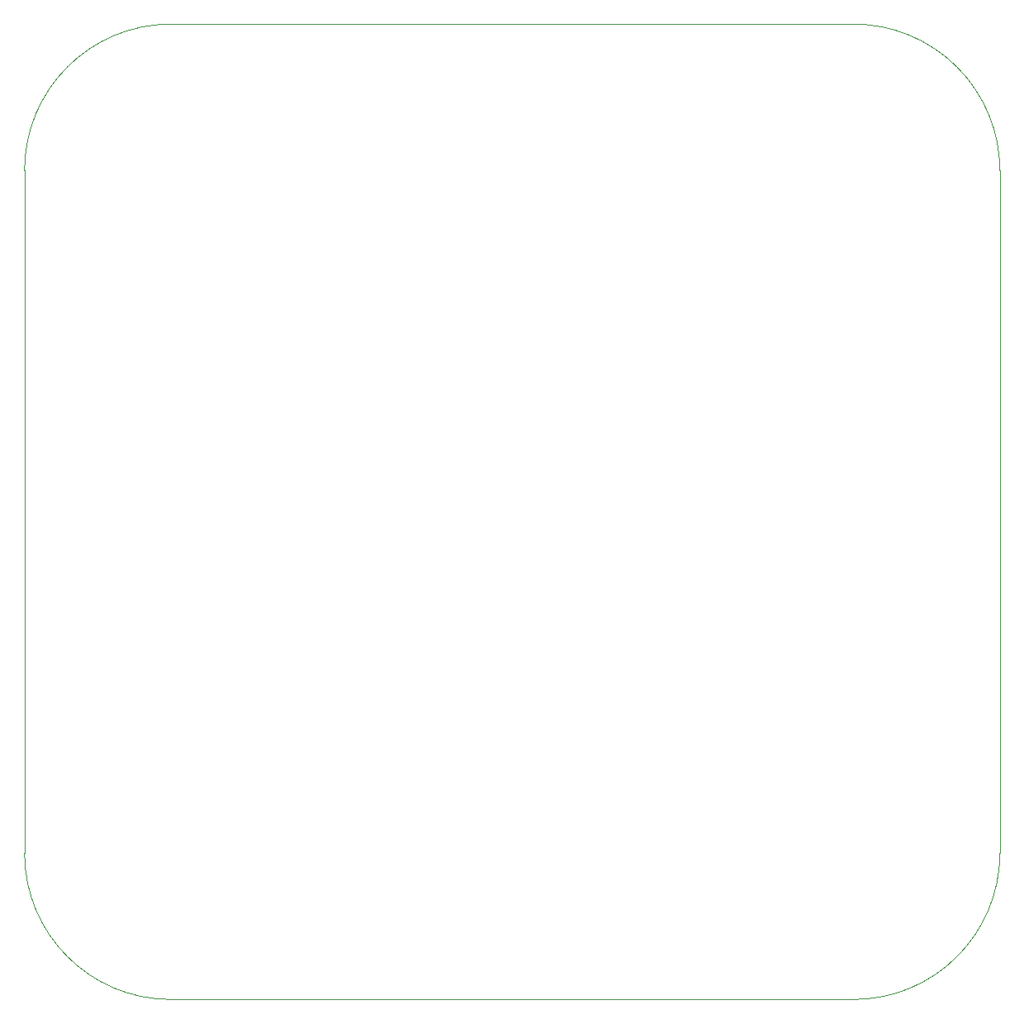
<source format=gbr>
%TF.GenerationSoftware,Altium Limited,Altium Designer,20.1.8 (145)*%
G04 Layer_Color=16711935*
%FSLAX45Y45*%
%MOMM*%
%TF.SameCoordinates,793C4F5F-A07E-474B-A886-B682DA88F124*%
%TF.FilePolarity,Positive*%
%TF.FileFunction,Keep-out,Top*%
%TF.Part,Single*%
G01*
G75*
%TA.AperFunction,NonConductor*%
%ADD68C,0.02540*%
D68*
X5000000Y3500001D02*
G03*
X3500000Y5000001I-1500000J0D01*
G01*
Y-5000000D02*
G03*
X5000000Y-3500000I0J1500000D01*
G01*
X-5000000D02*
G03*
X-3500000Y-5000000I1500000J0D01*
G01*
Y5000001D02*
G03*
X-5000000Y3500001I0J-1500000D01*
G01*
X4999295D02*
X4999295Y-3499294D01*
X-3500000Y-5000000D02*
X3500000D01*
X-5000000Y-3500000D02*
Y3500001D01*
X-3500000Y5000001D02*
X3500000D01*
%TF.MD5,5df89752003482a977014c5750b7ec94*%
M02*

</source>
